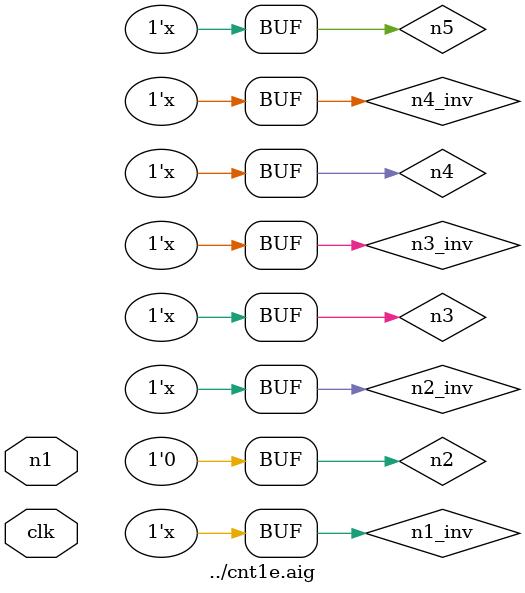
<source format=v>
/* Generated by Yosys 0.8+498 (git sha1 296ecde6, gcc 7.4.0-1ubuntu1~18.04 -fPIC -Os) */

module \../cnt1e.aig (clk, n1);
  input clk;
  input n1;
  wire n1_inv;
  wire n2;
  wire n2_inv;
  wire n3;
  wire n3_inv;
  wire n4;
  wire n4_inv;
  wire n5;
  assign n1_inv = 1'hx;
  assign n2 = 1'h0;
  assign n2_inv = 1'hx;
  assign n3 = 1'hx;
  assign n3_inv = 1'hx;
  assign n4 = 1'hx;
  assign n4_inv = 1'hx;
  assign n5 = 1'hx;
endmodule

</source>
